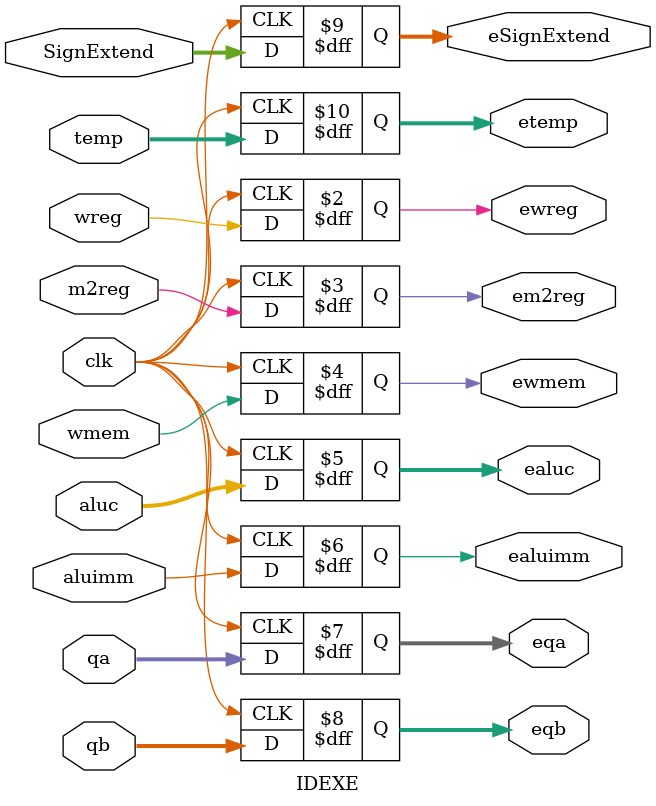
<source format=v>
`timescale 1ns / 1ps


module IDEXE(clk,wreg,m2reg,wmem,aluc,aluimm,qa,qb,SignExtend,
ewreg,em2reg,ewmem,ealuc,ealuimm,eqa,eqb,eSignExtend,temp,etemp);
    input clk;
    input wreg;
    input m2reg;
    input wmem;
    input [3:0] aluc;
    input aluimm;
    input [31:0] qa,qb,SignExtend;
    input [4:0] temp;
    
    output reg ewreg;
    output reg em2reg;
    output reg ewmem;
    output reg [3:0] ealuc;
    output reg ealuimm;
    output reg [31:0] eqa,eqb,eSignExtend;
    output reg [4:0] etemp;
    
    always @(posedge clk)
    begin
    ewreg <= wreg;
    em2reg <= m2reg;
    ewmem <= wmem;
    ealuc <= aluc;
    ealuimm <= aluimm;
    eqa <= qa;
    eqb <= qb;
    eSignExtend <= SignExtend;
    etemp <= temp;
    end
endmodule

</source>
